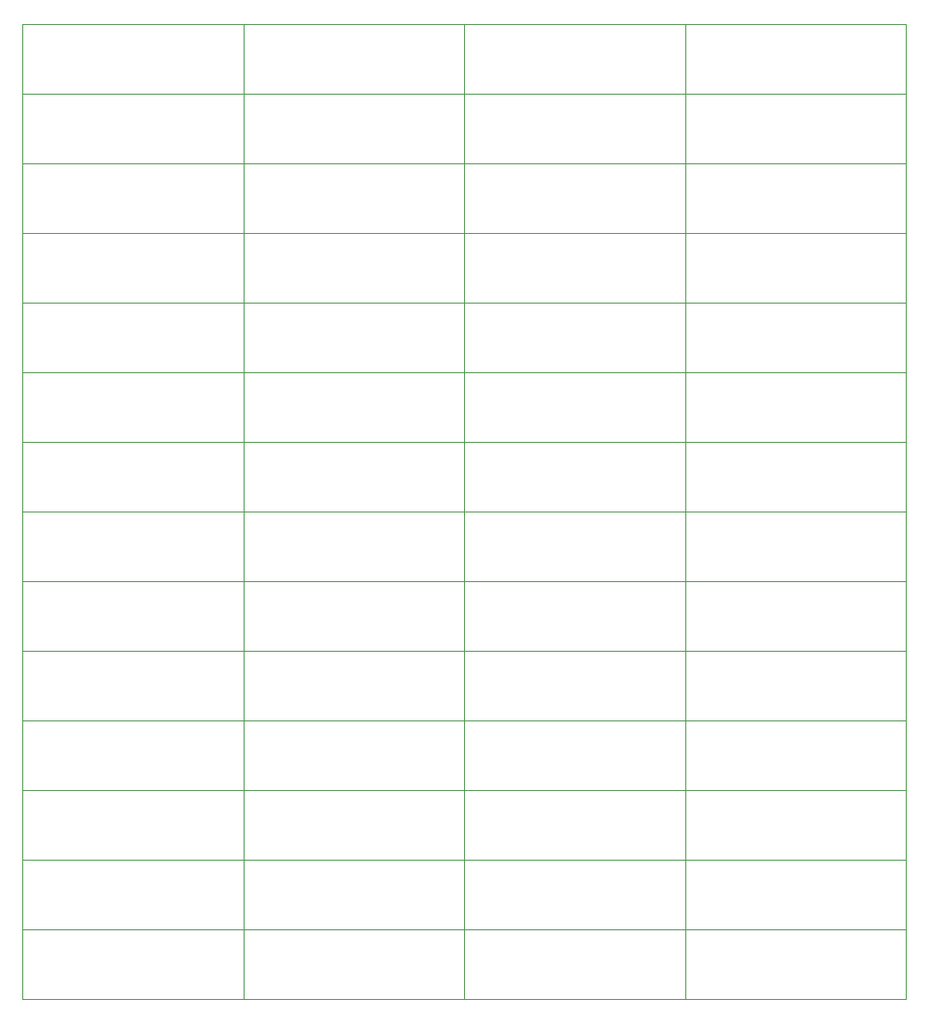
<source format=gbr>
%FSLAX34Y34*%
%MOMM*%
%LNOUTLINE*%
G71*
G01*
%ADD10C, 0.100*%
%LPD*%
G54D10*
X4757Y994708D02*
X214312Y994708D01*
X214312Y928688D01*
X4757Y928688D01*
X4757Y994708D01*
G54D10*
X214307Y994708D02*
X423862Y994708D01*
X423862Y928688D01*
X214307Y928688D01*
X214307Y994708D01*
G54D10*
X423857Y994708D02*
X633412Y994708D01*
X633412Y928688D01*
X423857Y928688D01*
X423857Y994708D01*
G54D10*
X633407Y994708D02*
X842962Y994708D01*
X842962Y928688D01*
X633407Y928688D01*
X633407Y994708D01*
G54D10*
X4757Y928688D02*
X214312Y928688D01*
X214312Y862667D01*
X4757Y862667D01*
X4757Y928688D01*
G54D10*
X214307Y928688D02*
X423862Y928688D01*
X423862Y862667D01*
X214307Y862667D01*
X214307Y928688D01*
G54D10*
X423857Y928688D02*
X633412Y928688D01*
X633412Y862667D01*
X423857Y862667D01*
X423857Y928688D01*
G54D10*
X633407Y928688D02*
X842962Y928688D01*
X842962Y862667D01*
X633407Y862667D01*
X633407Y928688D01*
G54D10*
X4757Y862667D02*
X214312Y862667D01*
X214312Y796647D01*
X4757Y796647D01*
X4757Y862667D01*
G54D10*
X214307Y862667D02*
X423862Y862667D01*
X423862Y796647D01*
X214307Y796647D01*
X214307Y862667D01*
G54D10*
X423857Y862667D02*
X633412Y862667D01*
X633412Y796647D01*
X423857Y796647D01*
X423857Y862667D01*
G54D10*
X633407Y862667D02*
X842962Y862667D01*
X842962Y796647D01*
X633407Y796647D01*
X633407Y862667D01*
G54D10*
X4757Y796647D02*
X214312Y796647D01*
X214312Y730628D01*
X4757Y730628D01*
X4757Y796647D01*
G54D10*
X214307Y796647D02*
X423862Y796647D01*
X423862Y730628D01*
X214307Y730628D01*
X214307Y796647D01*
G54D10*
X423857Y796647D02*
X633412Y796647D01*
X633412Y730628D01*
X423857Y730628D01*
X423857Y796647D01*
G54D10*
X633407Y796647D02*
X842962Y796647D01*
X842962Y730628D01*
X633407Y730628D01*
X633407Y796647D01*
G54D10*
X4757Y730628D02*
X214312Y730628D01*
X214312Y664608D01*
X4757Y664608D01*
X4757Y730628D01*
G54D10*
X214307Y730628D02*
X423862Y730628D01*
X423862Y664608D01*
X214307Y664608D01*
X214307Y730628D01*
G54D10*
X423857Y730628D02*
X633412Y730628D01*
X633412Y664608D01*
X423857Y664608D01*
X423857Y730628D01*
G54D10*
X633407Y730628D02*
X842962Y730628D01*
X842962Y664608D01*
X633407Y664608D01*
X633407Y730628D01*
G54D10*
X4757Y664608D02*
X214312Y664608D01*
X214312Y598588D01*
X4757Y598588D01*
X4757Y664608D01*
G54D10*
X214307Y664608D02*
X423862Y664608D01*
X423862Y598588D01*
X214307Y598588D01*
X214307Y664608D01*
G54D10*
X423857Y664608D02*
X633412Y664608D01*
X633412Y598588D01*
X423857Y598588D01*
X423857Y664608D01*
G54D10*
X633407Y664608D02*
X842962Y664608D01*
X842962Y598588D01*
X633407Y598588D01*
X633407Y664608D01*
G54D10*
X4757Y598588D02*
X214312Y598588D01*
X214312Y532568D01*
X4757Y532568D01*
X4757Y598588D01*
G54D10*
X214307Y598588D02*
X423862Y598588D01*
X423862Y532568D01*
X214307Y532568D01*
X214307Y598588D01*
G54D10*
X423857Y598588D02*
X633412Y598588D01*
X633412Y532568D01*
X423857Y532568D01*
X423857Y598588D01*
G54D10*
X633407Y598588D02*
X842962Y598588D01*
X842962Y532568D01*
X633407Y532568D01*
X633407Y598588D01*
G54D10*
X4757Y532568D02*
X214312Y532568D01*
X214312Y466548D01*
X4757Y466548D01*
X4757Y532568D01*
G54D10*
X214307Y532568D02*
X423862Y532568D01*
X423862Y466548D01*
X214307Y466548D01*
X214307Y532568D01*
G54D10*
X423857Y532568D02*
X633412Y532568D01*
X633412Y466548D01*
X423857Y466548D01*
X423857Y532568D01*
G54D10*
X633407Y532568D02*
X842962Y532568D01*
X842962Y466548D01*
X633407Y466548D01*
X633407Y532568D01*
G54D10*
X4757Y466548D02*
X214312Y466548D01*
X214312Y400528D01*
X4757Y400528D01*
X4757Y466548D01*
G54D10*
X214307Y466548D02*
X423862Y466548D01*
X423862Y400528D01*
X214307Y400528D01*
X214307Y466548D01*
G54D10*
X423857Y466548D02*
X633412Y466548D01*
X633412Y400528D01*
X423857Y400528D01*
X423857Y466548D01*
G54D10*
X633407Y466548D02*
X842962Y466548D01*
X842962Y400528D01*
X633407Y400528D01*
X633407Y466548D01*
G54D10*
X4757Y400528D02*
X214312Y400528D01*
X214312Y334508D01*
X4757Y334508D01*
X4757Y400528D01*
G54D10*
X214307Y400528D02*
X423862Y400528D01*
X423862Y334508D01*
X214307Y334508D01*
X214307Y400528D01*
G54D10*
X423857Y400528D02*
X633412Y400528D01*
X633412Y334508D01*
X423857Y334508D01*
X423857Y400528D01*
G54D10*
X633407Y400528D02*
X842962Y400528D01*
X842962Y334508D01*
X633407Y334508D01*
X633407Y400528D01*
G54D10*
X4757Y334508D02*
X214312Y334508D01*
X214312Y268488D01*
X4757Y268488D01*
X4757Y334508D01*
G54D10*
X214307Y334508D02*
X423862Y334508D01*
X423862Y268488D01*
X214307Y268488D01*
X214307Y334508D01*
G54D10*
X423857Y334508D02*
X633412Y334508D01*
X633412Y268488D01*
X423857Y268488D01*
X423857Y334508D01*
G54D10*
X633407Y334508D02*
X842962Y334508D01*
X842962Y268488D01*
X633407Y268488D01*
X633407Y334508D01*
G54D10*
X4757Y268488D02*
X214312Y268488D01*
X214312Y202468D01*
X4757Y202468D01*
X4757Y268488D01*
G54D10*
X214307Y268488D02*
X423862Y268488D01*
X423862Y202468D01*
X214307Y202468D01*
X214307Y268488D01*
G54D10*
X423857Y268488D02*
X633412Y268488D01*
X633412Y202468D01*
X423857Y202468D01*
X423857Y268488D01*
G54D10*
X633407Y268488D02*
X842962Y268488D01*
X842962Y202468D01*
X633407Y202468D01*
X633407Y268488D01*
G54D10*
X4757Y202468D02*
X214312Y202468D01*
X214312Y136448D01*
X4757Y136448D01*
X4757Y202468D01*
G54D10*
X214307Y202468D02*
X423862Y202468D01*
X423862Y136448D01*
X214307Y136448D01*
X214307Y202468D01*
G54D10*
X423857Y202468D02*
X633412Y202468D01*
X633412Y136448D01*
X423857Y136448D01*
X423857Y202468D01*
G54D10*
X633407Y202468D02*
X842962Y202468D01*
X842962Y136448D01*
X633407Y136448D01*
X633407Y202468D01*
G54D10*
X4757Y136448D02*
X214312Y136448D01*
X214312Y70428D01*
X4757Y70428D01*
X4757Y136448D01*
G54D10*
X214307Y136448D02*
X423862Y136448D01*
X423862Y70428D01*
X214307Y70428D01*
X214307Y136448D01*
G54D10*
X423857Y136448D02*
X633412Y136448D01*
X633412Y70428D01*
X423857Y70428D01*
X423857Y136448D01*
G54D10*
X633407Y136448D02*
X842962Y136448D01*
X842962Y70428D01*
X633407Y70428D01*
X633407Y136448D01*
M02*

</source>
